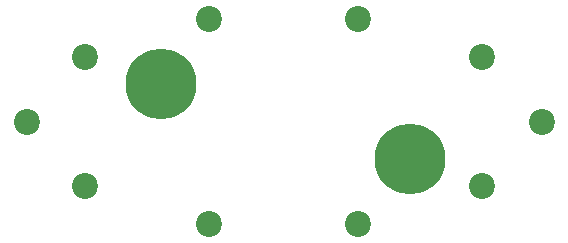
<source format=gbs>
G04 #@! TF.GenerationSoftware,KiCad,Pcbnew,(5.1.12)-1*
G04 #@! TF.CreationDate,2022-03-26T22:12:19+08:00*
G04 #@! TF.ProjectId,Nozzle,4e6f7a7a-6c65-42e6-9b69-6361645f7063,0.5*
G04 #@! TF.SameCoordinates,Original*
G04 #@! TF.FileFunction,Soldermask,Bot*
G04 #@! TF.FilePolarity,Negative*
%FSLAX46Y46*%
G04 Gerber Fmt 4.6, Leading zero omitted, Abs format (unit mm)*
G04 Created by KiCad (PCBNEW (5.1.12)-1) date 2022-03-26 22:12:19*
%MOMM*%
%LPD*%
G01*
G04 APERTURE LIST*
%ADD10C,2.200000*%
%ADD11C,6.000000*%
G04 APERTURE END LIST*
D10*
X159981900Y-119430800D03*
X116370100Y-119430800D03*
D11*
X148869400Y-122580400D03*
X127736600Y-116205000D03*
D10*
X144437100Y-128104900D03*
X121335800Y-124904500D03*
X154927300Y-113906300D03*
X144437100Y-110705900D03*
X121335800Y-113906300D03*
X131838700Y-110705900D03*
X131838700Y-128104900D03*
X154927300Y-124904500D03*
M02*

</source>
